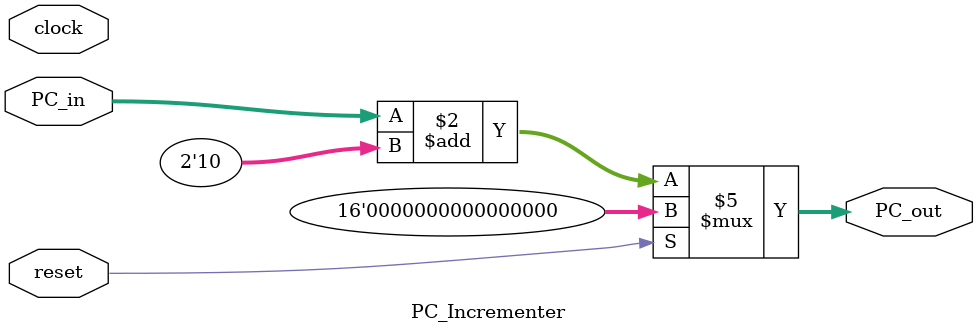
<source format=v>
module PC_Incrementer(PC_out, PC_in, reset, clock);

output reg [15:0] PC_out;
input [15:0] PC_in;
input reset, clock;

initial
begin
	PC_out <=16'b0;
end

always @(PC_in, reset)
begin
	if(reset)
		PC_out <= 16'b0;
	else
		PC_out <= PC_in + 2'b10;
end
endmodule
</source>
